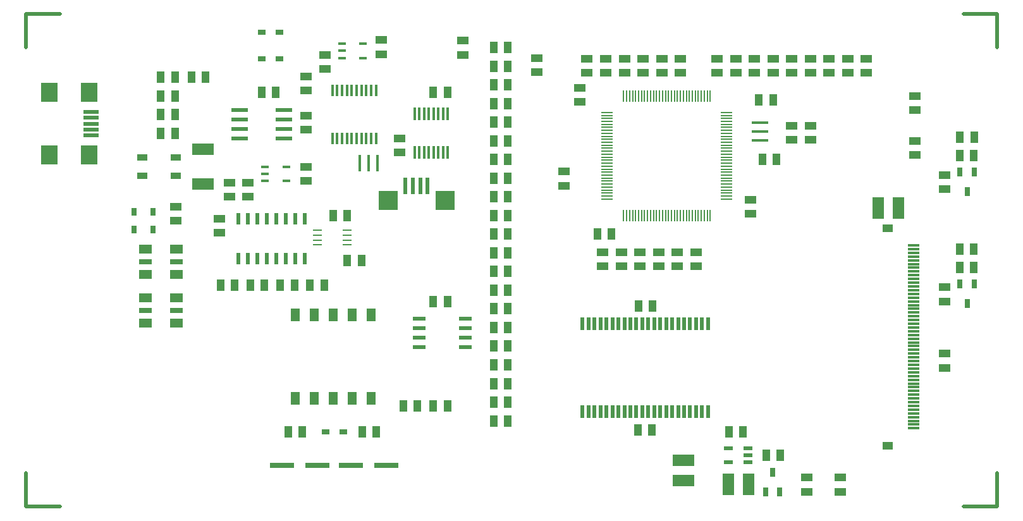
<source format=gtp>
G04 CAM Products 2000  RS274-X Output*
G04 Serial Number: 0000-00-00000*
G04 File Name:FULLMONI.GTP *
%FSLAX34Y34*%
%MOIN*%
%SFA1B1*%

%IPPOS*%
%ADD10C,0.019600*%
%ADD11C,0.011800*%
%ADD12C,0.007800*%
%ADD13R,0.043300X0.063000*%
%ADD14R,0.063000X0.043300*%
%ADD15R,0.070800X0.019600*%
%ADD16R,0.031500X0.047200*%
%ADD17R,0.055100X0.039300*%
%ADD18R,0.063000X0.011800*%
%ADD19R,0.059000X0.114100*%
%ADD20R,0.059000X0.114100*%
%ADD21R,0.039300X0.017700*%
%ADD22R,0.043300X0.027500*%
%ADD23R,0.048000X0.024400*%
%ADD24R,0.015700X0.090500*%
%ADD25R,0.047200X0.008600*%
%ADD26R,0.023600X0.061000*%
%ADD27R,0.055100X0.035400*%
%ADD28R,0.089300X0.021600*%
%ADD29R,0.114100X0.059000*%
%ADD30R,0.013700X0.063000*%
%ADD31R,0.114100X0.059000*%
%ADD32R,0.102300X0.102300*%
%ADD33R,0.019600X0.086600*%
%ADD34R,0.047200X0.070800*%
%ADD35R,0.127900X0.027500*%
%ADD36R,0.013700X0.070800*%
%ADD37R,0.019600X0.066900*%
%ADD38R,0.019600X0.066900*%
%ADD39R,0.078700X0.019600*%
%ADD40R,0.090500X0.015700*%
%ADD41R,0.007800X0.063000*%
%ADD42R,0.063000X0.007800*%
%ADD43C,0.039300*%
%ADD44O,0.007800X0.015700*%
%ADD45O,0.015700X0.007800*%
%ADD46R,0.039300X0.015700*%
%ADD47R,0.027500X0.043300*%
%ADD48R,0.070800X0.031500*%
%ADD49R,0.070800X0.047200*%
%ADD50R,0.086600X0.098400*%
%ADD51R,0.032400X0.078700*%
%ADD52C,0.011800*%
%ADD53C,0.007800*%
%ADD54C,0.015700*%
%ADD55C,0.059000*%
%ADD56C,0.039300*%
%ADD57C,0.010000*%
%ADD58C,0.078700*%
%ADD59C,0.063000*%
%ADD60C,0.059000*%
%ADD61O,0.098400X0.070800*%
%ADD62O,0.070800X0.098400*%
%ADD63C,0.050000*%
%ADD64C,0.125900*%
%ADD65R,0.098400X0.118100*%
%ADD66C,0.070800*%
%ADD67C,0.051100*%
%ADD68R,0.070800X0.070800*%
%ADD69R,0.051100X0.070800*%
%ADD70R,0.070800X0.051100*%
%ADD71R,0.078700X0.027500*%
%ADD72R,0.039300X0.055100*%
%ADD73R,0.063000X0.047200*%
%ADD74R,0.066900X0.122000*%
%ADD75R,0.066900X0.122000*%
%ADD76R,0.047200X0.025600*%
%ADD77R,0.051100X0.035400*%
%ADD78R,0.055900X0.032200*%
%ADD79R,0.023600X0.098400*%
%ADD80R,0.055100X0.016500*%
%ADD81R,0.031500X0.068900*%
%ADD82R,0.097200X0.029500*%
%ADD83R,0.122000X0.066900*%
%ADD84R,0.021600X0.070800*%
%ADD85R,0.122000X0.066900*%
%ADD86R,0.110200X0.110200*%
%ADD87R,0.027500X0.094400*%
%ADD88R,0.055100X0.078700*%
%ADD89R,0.135800X0.035400*%
%ADD90R,0.021600X0.078700*%
%ADD91R,0.027500X0.074800*%
%ADD92R,0.027500X0.074800*%
%ADD93R,0.086600X0.027500*%
%ADD94R,0.098400X0.023600*%
%ADD95R,0.015700X0.070800*%
%ADD96R,0.070800X0.015700*%
%ADD97C,0.047200*%
%ADD98O,0.015700X0.023600*%
%ADD99O,0.023600X0.015700*%
%ADD100R,0.047200X0.023600*%
%ADD101R,0.035400X0.051100*%
%ADD102R,0.078700X0.039300*%
%ADD103R,0.078700X0.055100*%
%ADD104R,0.094400X0.106300*%
%ADD105R,0.040300X0.086600*%
%ADD106C,0.086600*%
%ADD107C,0.066900*%
%ADD108O,0.106300X0.078700*%
%ADD109O,0.078700X0.106300*%
%ADD110C,0.057800*%
%ADD111C,0.133800*%
%ADD112R,0.106300X0.125900*%
%ADD113C,0.078700*%
%ADD114C,0.027500*%
%ADD115C,0.019600*%
%ADD116R,0.659400X0.039300*%
%ADD117R,0.659400X0.039300*%
%LNFULLMONI-1*%
%LPD*%
G54D10*
X225961Y231395D02*
X227733D01*
Y229624D02*
Y231395D01*
Y205411D02*
Y207183D01*
X225961Y205411D02*
X227733D01*
X176552D02*
Y207183D01*
Y205411D02*
X178324D01*
X176552Y231395D02*
X178324D01*
X176552Y229624D02*
Y231395D01*
G54D13*
X207418Y219781D03*
X206670D03*
X215371Y223718D03*
X216119D03*
X225784Y224899D03*
X226532D03*
X225764Y218994D03*
X226512D03*
Y223915D03*
X225764D03*
Y218009D03*
X226512D03*
X201198Y228639D03*
X201946D03*
X201198Y227655D03*
X201946D03*
Y229624D03*
X201198D03*
X198009Y216238D03*
X198757D03*
X183638Y228049D03*
X184387D03*
X196434Y210726D03*
X197182D03*
X201198Y224702D03*
X201946D03*
X201198Y221750D03*
X201946D03*
X201198Y223718D03*
X201946D03*
X201198Y215844D03*
X201946D03*
X192733Y220765D03*
X193481D03*
X201198Y209938D03*
X201946D03*
X193481Y218403D03*
X194229D03*
X191512Y217104D03*
X192261D03*
X189701Y227261D03*
X188953D03*
X186001Y228049D03*
X185253D03*
X184387Y226080D03*
X183638D03*
X184387Y227064D03*
X183638D03*
X191119Y209348D03*
X190371D03*
X194268D03*
X201946Y226671D03*
Y225687D03*
Y222734D03*
Y212891D03*
Y211907D03*
Y216828D03*
Y218797D03*
Y219781D03*
Y220765D03*
Y214860D03*
Y213875D03*
X201198Y225687D03*
X195016Y209348D03*
X215568Y208116D03*
X201198Y211907D03*
Y220765D03*
X216316Y208116D03*
X189111Y217104D03*
X188363D03*
X190686D03*
X189938D03*
X183638Y225096D03*
X184387D03*
X201198Y226671D03*
Y219781D03*
Y222734D03*
Y216828D03*
Y214860D03*
Y213875D03*
Y218797D03*
Y212891D03*
X198009Y227261D03*
X198757D03*
X186788Y217104D03*
X187536D03*
X198009Y210726D03*
X198757D03*
X201198Y217812D03*
X201946D03*
X209544Y209466D03*
X208796D03*
X208835Y216001D03*
X209583D03*
X201946Y210923D03*
X201198D03*
X215174Y226868D03*
X215922D03*
X214347Y209348D03*
X213599D03*
G54D14*
X208914Y218836D03*
Y218088D03*
X210883Y218836D03*
Y218088D03*
X209898Y218836D03*
Y218088D03*
X205725Y227498D03*
Y226750D03*
X224977Y222143D03*
Y222891D03*
Y216986D03*
Y216238D03*
Y212734D03*
X214741Y221592D03*
Y220844D03*
X215922Y228285D03*
Y229033D03*
X218875Y228285D03*
Y229033D03*
X195253Y229269D03*
Y230017D03*
X199583Y229978D03*
Y229230D03*
X224977Y213482D03*
X219465Y206946D03*
Y206198D03*
X196237Y224838D03*
Y224090D03*
X188245Y222498D03*
Y221750D03*
X187261Y222498D03*
Y221750D03*
X191316Y225293D03*
Y226041D03*
X184426Y221238D03*
Y220490D03*
X192300Y229230D03*
X214938Y229033D03*
X223402Y223954D03*
X219859Y229033D03*
X216906D03*
X217890Y225490D03*
X220843Y229033D03*
X217694Y206198D03*
X219859Y228285D03*
X192300Y228482D03*
X223402Y227064D03*
X217694Y206946D03*
X217890Y224742D03*
X223402Y224702D03*
Y226316D03*
X216906Y228285D03*
X220843D03*
X214938D03*
X191316Y227350D03*
Y228098D03*
X186749Y219860D03*
Y220608D03*
X211867Y218836D03*
Y218088D03*
X206119Y228285D03*
Y229033D03*
X207103Y228285D03*
Y229033D03*
X208087D03*
Y228285D03*
X209072Y229033D03*
Y228285D03*
X207930Y218088D03*
Y218836D03*
X216906Y225490D03*
Y224742D03*
X211040Y228285D03*
Y229033D03*
X210056Y228285D03*
Y229033D03*
X212969Y228285D03*
Y229033D03*
X213953Y228285D03*
Y229033D03*
X217890Y228285D03*
Y229033D03*
X204898Y222340D03*
Y223088D03*
X206946Y218836D03*
Y218088D03*
X191316Y222576D03*
Y223324D03*
X203481Y229072D03*
Y228324D03*
G54D15*
X199701Y213832D03*
Y214332D03*
Y214832D03*
X197261Y213832D03*
Y214332D03*
Y214832D03*
Y215332D03*
X199701D03*
G54D16*
X226532Y223049D03*
X226158Y222025D03*
X225784Y223049D03*
X226158Y216120D03*
X225784Y217143D03*
X226532D03*
X215902Y207222D03*
X216276Y206198D03*
X215528D03*
G54D17*
X221985Y220096D03*
Y208639D03*
G54D18*
X223324Y213088D03*
Y213285D03*
Y213482D03*
Y213679D03*
Y213875D03*
Y214072D03*
Y214269D03*
Y214466D03*
Y214663D03*
Y217616D03*
Y217812D03*
Y218009D03*
Y210726D03*
Y210923D03*
Y211120D03*
Y211316D03*
Y211907D03*
Y212104D03*
Y215057D03*
Y215253D03*
Y215450D03*
Y215647D03*
Y216238D03*
Y216435D03*
Y216631D03*
Y216828D03*
Y217222D03*
Y217025D03*
Y216041D03*
Y211710D03*
Y215844D03*
Y211513D03*
Y210529D03*
Y210332D03*
Y209742D03*
Y210135D03*
Y214860D03*
Y209545D03*
Y217419D03*
Y218206D03*
Y218403D03*
Y218600D03*
Y218797D03*
Y219190D03*
Y218994D03*
Y209938D03*
Y212301D03*
Y212498D03*
Y212694D03*
Y212891D03*
G54D19*
X221473Y221159D03*
X214623Y206592D03*
G54D20*
X222536Y221159D03*
X213560Y206592D03*
G54D21*
X194288Y229820D03*
Y229072D03*
X193186Y229446D03*
Y229072D03*
Y229820D03*
G54D22*
X189898Y229033D03*
X188953D03*
Y230411D03*
X189898D03*
X193284Y209348D03*
X192339D03*
G54D23*
X214591Y208490D03*
Y207742D03*
Y208116D03*
X213560Y208490D03*
Y207742D03*
G54D24*
X194613Y223521D03*
X194140D03*
X195085D03*
G54D25*
X191906Y219466D03*
X193481Y219978D03*
X191906Y219210D03*
X193481Y219722D03*
X191906Y219978D03*
X193481Y219210D03*
X191906Y219722D03*
X193481Y219466D03*
G54D26*
X187733Y220608D03*
X188233D03*
X188733Y218482D03*
X187733D03*
X189733D03*
X189233D03*
X188733Y220608D03*
X189233D03*
X190733Y218482D03*
X191233D03*
X188233D03*
X190233D03*
X191233Y220608D03*
X190733D03*
X189733D03*
X190233D03*
G54D27*
X182654Y223836D03*
Y222852D03*
X184426D03*
Y223836D03*
G54D28*
X187800Y226338D03*
X190135Y225838D03*
Y225338D03*
X187800D03*
Y225838D03*
Y224838D03*
X190135D03*
Y226338D03*
G54D29*
X185883Y222419D03*
Y224269D03*
X211198Y207852D03*
G54D30*
X193717Y227350D03*
X194229D03*
X193461D03*
X192950D03*
X194741Y224838D03*
X194485D03*
X192950D03*
X192694D03*
X194485Y227350D03*
X194997Y224838D03*
X193205Y227350D03*
X192694D03*
X193205Y224838D03*
X193461D03*
X193717D03*
X193973D03*
X194229D03*
X193973Y227350D03*
X194741D03*
X194997D03*
G54D31*
X211198Y206789D03*
G54D32*
X195632Y221553D03*
X198624D03*
G54D33*
X197719Y222340D03*
X197325D03*
X196931D03*
X196538D03*
G54D34*
X190725Y215529D03*
X193725Y211120D03*
X194725D03*
X192725D03*
X193725Y215529D03*
X192725D03*
X191725D03*
X190725Y211120D03*
X191725D03*
X194725Y215529D03*
G54D35*
X193678Y207576D03*
X195548D03*
X191906D03*
X190036D03*
G54D36*
X198774Y224090D03*
X198524D03*
X197774Y226137D03*
X197024Y224090D03*
X198524Y226137D03*
X198774D03*
X198274Y224090D03*
Y226137D03*
X197274Y224090D03*
X197524D03*
X197774D03*
X198024D03*
Y226137D03*
X197024D03*
X197274D03*
X197524D03*
G54D37*
X207457Y210411D03*
X212497Y215057D03*
X211552D03*
X211237D03*
X211867D03*
X210922D03*
X209347D03*
X209032Y210411D03*
Y215057D03*
X209347Y210411D03*
X210922D03*
X211237D03*
X211552D03*
X207457Y215057D03*
X210607Y210411D03*
X210292D03*
X209977D03*
X209662D03*
X208717D03*
X208402D03*
X208087D03*
X207772D03*
Y215057D03*
X208087D03*
X208402D03*
X208717D03*
X209662D03*
X209977D03*
X210292D03*
X210607D03*
X212497Y210411D03*
X212182D03*
X211867D03*
X207142D03*
X206827D03*
X206512D03*
X206198D03*
X205883D03*
Y215057D03*
X206198D03*
X206512D03*
X206827D03*
X207142D03*
G54D38*
X212182Y215057D03*
G54D39*
X179957Y225608D03*
Y225923D03*
Y226238D03*
Y224978D03*
Y225293D03*
G54D40*
X215231Y225657D03*
Y224712D03*
Y225185D03*
G54D41*
X212457Y227064D03*
X212300D03*
X212142D03*
X211985D03*
X211827D03*
X211670D03*
X211512D03*
X211355D03*
X211198D03*
X211040D03*
X210883D03*
X210725D03*
X210568D03*
X210410D03*
X210253D03*
X210095D03*
X209938D03*
X209780D03*
X209623D03*
X209465D03*
X209308D03*
X209150D03*
X208993D03*
X208835D03*
X208678D03*
X208520D03*
X208363D03*
X208205D03*
X208048D03*
X212615D03*
X208205Y220765D03*
X208363D03*
X208520D03*
X208678D03*
X208835D03*
X208993D03*
X209150D03*
X209308D03*
X209465D03*
X209623D03*
X209780D03*
X209938D03*
X210095D03*
X210253D03*
X210410D03*
X210568D03*
X210725D03*
X210883D03*
X211040D03*
X211198D03*
X211355D03*
X211512D03*
X211670D03*
X211827D03*
X211985D03*
X212142D03*
X212300D03*
X212457D03*
X212615D03*
X208048D03*
G54D42*
X213481Y221789D03*
Y221946D03*
Y222104D03*
Y222261D03*
Y222419D03*
Y222576D03*
Y222734D03*
Y222891D03*
Y223049D03*
Y223206D03*
Y223364D03*
Y223521D03*
Y223679D03*
Y223836D03*
Y223994D03*
Y224151D03*
Y224309D03*
Y224466D03*
Y224624D03*
Y224781D03*
Y224938D03*
Y225096D03*
Y225253D03*
Y225411D03*
Y225568D03*
Y225726D03*
Y225883D03*
Y226041D03*
Y226198D03*
Y221631D03*
X207182Y226041D03*
Y225883D03*
Y225726D03*
Y225568D03*
Y225411D03*
Y225253D03*
Y225096D03*
Y224938D03*
Y224781D03*
Y224624D03*
Y224466D03*
Y224309D03*
Y224151D03*
Y223994D03*
Y223836D03*
Y223679D03*
Y223521D03*
Y223364D03*
Y223206D03*
Y223049D03*
Y222891D03*
Y222734D03*
Y222576D03*
Y222419D03*
Y222261D03*
Y222104D03*
Y221946D03*
Y221789D03*
Y221631D03*
Y226198D03*
G54D46*
X190253Y223324D03*
Y222576D03*
X189150D03*
Y222950D03*
Y223324D03*
G54D47*
X183245Y220017D03*
Y220962D03*
X182221Y220017D03*
Y220962D03*
G54D48*
X184465Y215765D03*
X182851D03*
Y218324D03*
X184465D03*
G54D49*
X182851Y216435D03*
X184465Y215096D03*
X182851D03*
X184465Y216435D03*
Y218994D03*
X182851Y217655D03*
X184465D03*
X182851Y218994D03*
G54D50*
X179859Y227261D03*
Y223954D03*
X177772Y227261D03*
Y223954D03*
M02*
</source>
